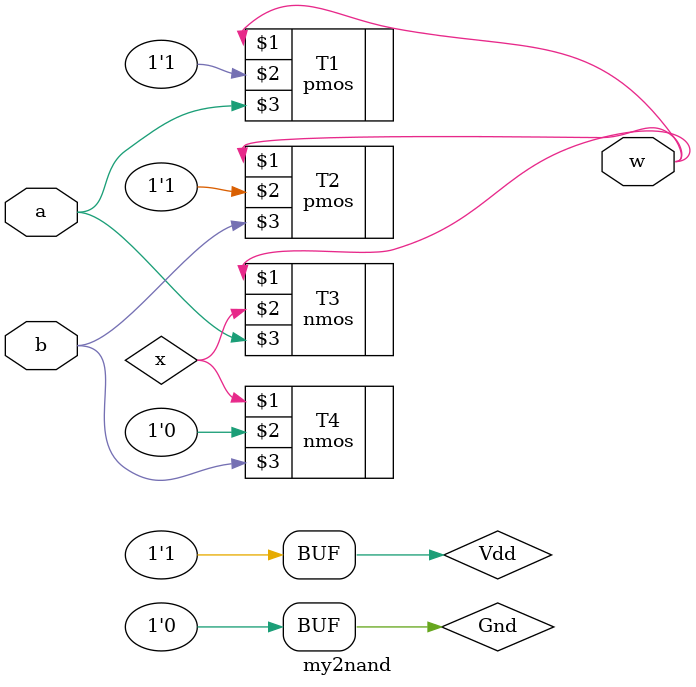
<source format=v>
 `timescale 1ns/1ns
module my2nand (input a, b, output w);
	supply1 Vdd;
	supply0 Gnd;
	wire x;
	pmos #(5,6,7) T1(w, Vdd, a);
	pmos #(5,6,7) T2(w, Vdd, b);
	nmos #(3,4,5) T3(w, x, a);
	nmos #(3,4,5) T4(x, Gnd, b);
endmodule
</source>
